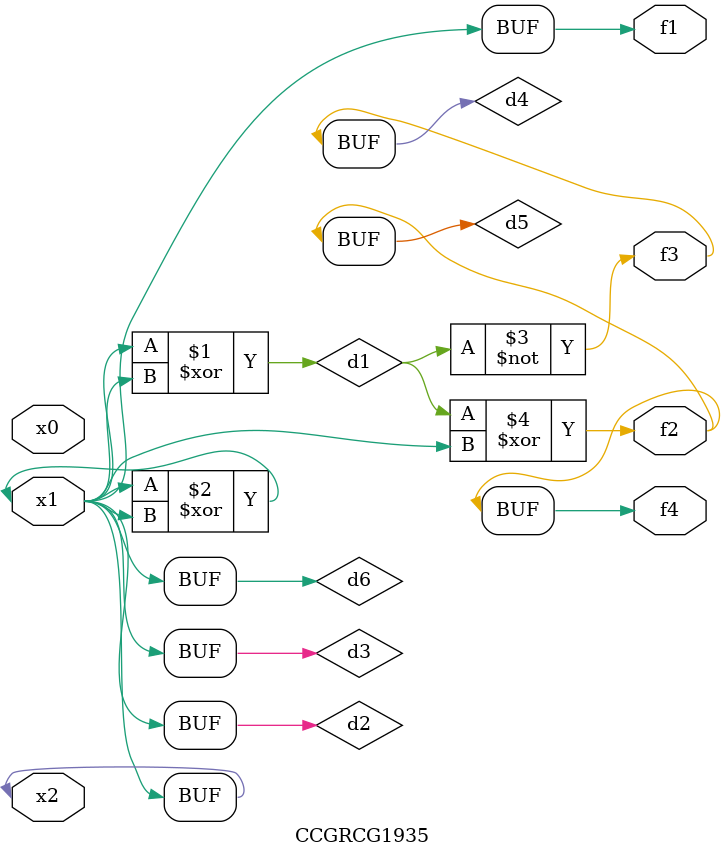
<source format=v>
module CCGRCG1935(
	input x0, x1, x2,
	output f1, f2, f3, f4
);

	wire d1, d2, d3, d4, d5, d6;

	xor (d1, x1, x2);
	buf (d2, x1, x2);
	xor (d3, x1, x2);
	nor (d4, d1);
	xor (d5, d1, d2);
	buf (d6, d2, d3);
	assign f1 = d6;
	assign f2 = d5;
	assign f3 = d4;
	assign f4 = d5;
endmodule

</source>
